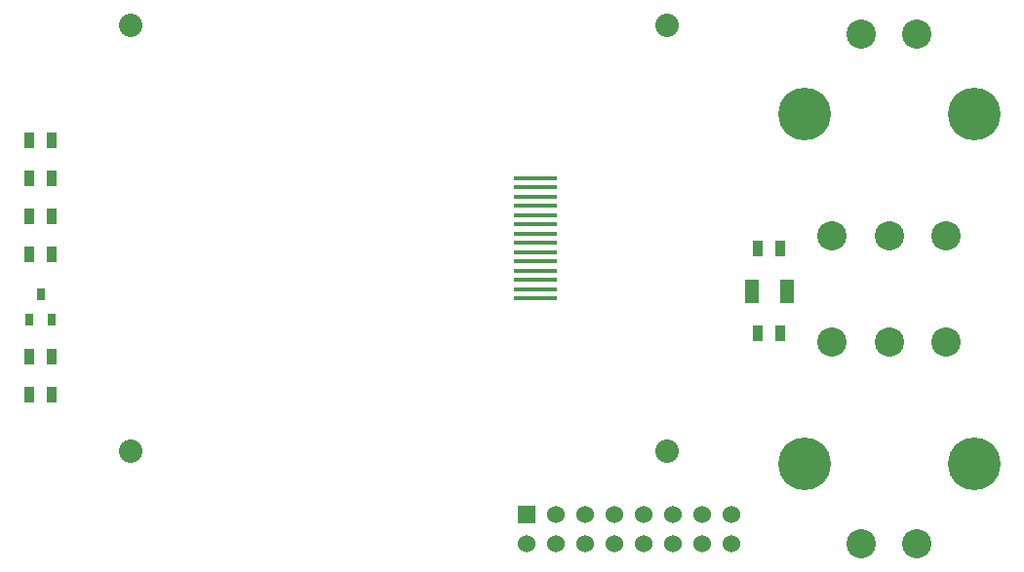
<source format=gts>
G04 (created by PCBNEW (2013-03-19 BZR 4004)-stable) date 7/29/2015 1:15:23 PM*
%MOIN*%
G04 Gerber Fmt 3.4, Leading zero omitted, Abs format*
%FSLAX34Y34*%
G01*
G70*
G90*
G04 APERTURE LIST*
%ADD10C,0.007*%
%ADD11C,0.1*%
%ADD12C,0.18*%
%ADD13R,0.0315X0.0394*%
%ADD14O,0.15X0.015*%
%ADD15C,0.08*%
%ADD16R,0.06X0.06*%
%ADD17C,0.06*%
%ADD18R,0.035X0.055*%
%ADD19R,0.05X0.08*%
G04 APERTURE END LIST*
G54D10*
G54D11*
X31300Y-900D03*
X29400Y-900D03*
X32300Y-7800D03*
X30350Y-7800D03*
G54D12*
X33250Y-3650D03*
X27450Y-3650D03*
G54D11*
X28400Y-7800D03*
G54D13*
X1350Y-9817D03*
X1725Y-10683D03*
X975Y-10683D03*
G54D11*
X29400Y-18350D03*
X31300Y-18350D03*
X28400Y-11450D03*
X30350Y-11450D03*
G54D12*
X27450Y-15600D03*
X33250Y-15600D03*
G54D11*
X32300Y-11450D03*
G54D14*
X18250Y-9950D03*
X18250Y-9635D03*
X18250Y-9319D03*
X18250Y-9004D03*
X18250Y-8688D03*
X18250Y-8373D03*
X18250Y-8058D03*
X18250Y-7742D03*
X18250Y-7427D03*
X18250Y-7112D03*
X18250Y-6796D03*
X18250Y-6481D03*
X18250Y-6165D03*
X18250Y-5850D03*
G54D15*
X22750Y-15185D03*
X22750Y-615D03*
X4440Y-615D03*
X4440Y-15185D03*
G54D16*
X17950Y-17350D03*
G54D17*
X17950Y-18350D03*
X18950Y-17350D03*
X18950Y-18350D03*
X19950Y-17350D03*
X19950Y-18350D03*
X20950Y-17350D03*
X20950Y-18350D03*
X21950Y-17350D03*
X21950Y-18350D03*
X22950Y-17350D03*
X22950Y-18350D03*
X23950Y-17350D03*
X23950Y-18350D03*
X24950Y-17350D03*
X24950Y-18350D03*
G54D18*
X26625Y-8250D03*
X25875Y-8250D03*
X26625Y-11150D03*
X25875Y-11150D03*
X975Y-13250D03*
X1725Y-13250D03*
X1725Y-11950D03*
X975Y-11950D03*
X975Y-8450D03*
X1725Y-8450D03*
X975Y-7150D03*
X1725Y-7150D03*
X975Y-5850D03*
X1725Y-5850D03*
X975Y-4550D03*
X1725Y-4550D03*
G54D19*
X26850Y-9700D03*
X25650Y-9700D03*
M02*

</source>
